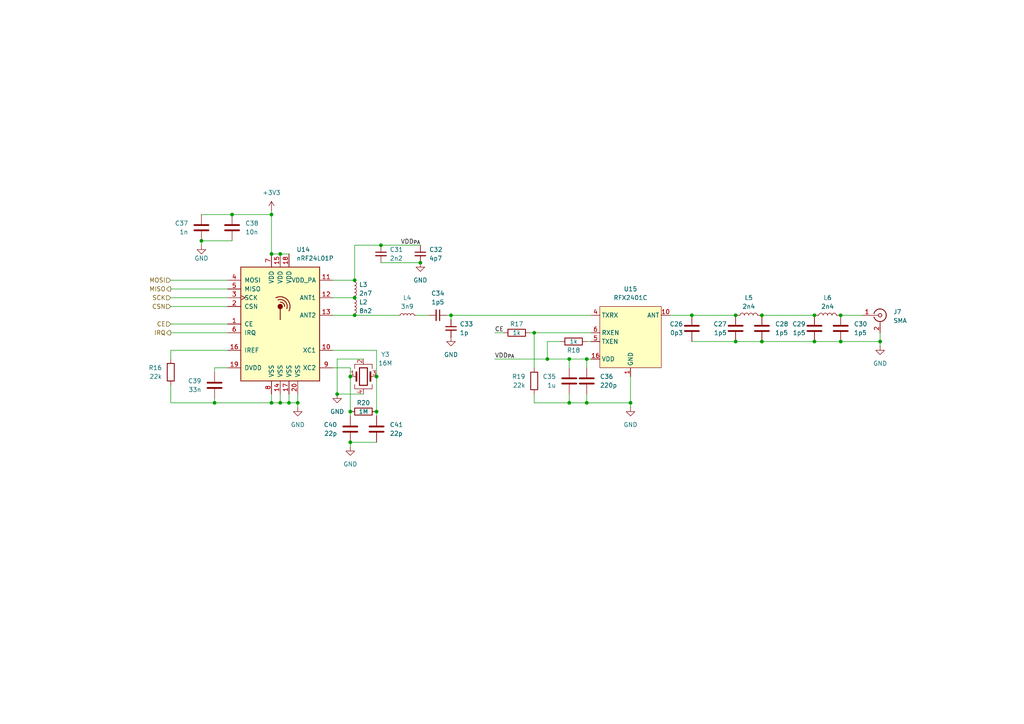
<source format=kicad_sch>
(kicad_sch (version 20250114) (generator "eeschema") (generator_version "9.0")
  (paper "A4")
  (title_block (title "nRF24L01 + LNA + PA Module") (date "2025-08-23") (rev "3.0") (company "Savo Bajic") (comment 1 "Not integrated yet due to timing"))
  (lib_symbols
    (symbol "Connector:Conn_Coaxial" (pin_names (offset 1.016) (hide yes))
      (property "Reference" "J" (at 0.254 3.048 0))
      (property "Value" "Conn_Coaxial" (at 2.921 0 90))
      (symbol "Conn_Coaxial_0_1"
        (polyline (pts (xy -2.54 0) (xy -0.508 0)))
        (arc (start 1.778 0) (mid 0.222 -1.8079) (end -1.778 -0.508) (stroke (width 0.254)))
        (arc (start -1.778 0.508) (mid 0.2221 1.8084) (end 1.778 0) (stroke (width 0.254)))
        (circle (center 0 0) (radius 0.508) (stroke (width 0.2032)))
        (polyline (pts (xy 0 -2.54) (xy 0 -1.778)))
      )
      (symbol "Conn_Coaxial_1_1"
        (pin passive line (at -5.08 0 0) (length 2.54) (name "In") (number "1"))
        (pin passive line (at 0 -5.08 90) (length 2.54) (name "Ext") (number "2"))
      )
    )
    (symbol "Device:C" (pin_numbers (hide yes)) (pin_names (offset 0.254))
      (property "Reference" "C" (at 0.635 2.54 0))
      (property "Value" "C" (at 0.635 -2.54 0))
      (symbol "C_0_1"
        (polyline (pts (xy -2.032 0.762) (xy 2.032 0.762)) (stroke (width 0.508)))
        (polyline (pts (xy -2.032 -0.762) (xy 2.032 -0.762)) (stroke (width 0.508)))
      )
      (symbol "C_1_1"
        (pin passive line (at 0 3.81 270) (length 2.794) (name "~") (number "1"))
        (pin passive line (at 0 -3.81 90) (length 2.794) (name "~") (number "2"))
      )
    )
    (symbol "Device:C_Small" (pin_numbers (hide yes)) (pin_names (offset 0.254) (hide yes))
      (property "Reference" "C" (at 0.254 1.778 0))
      (property "Value" "C_Small" (at 0.254 -2.032 0))
      (symbol "C_Small_0_1"
        (polyline (pts (xy -1.524 0.508) (xy 1.524 0.508)) (stroke (width 0.3048)))
        (polyline (pts (xy -1.524 -0.508) (xy 1.524 -0.508)) (stroke (width 0.3302)))
      )
      (symbol "C_Small_1_1"
        (pin passive line (at 0 2.54 270) (length 2.032) (name "~") (number "1"))
        (pin passive line (at 0 -2.54 90) (length 2.032) (name "~") (number "2"))
      )
    )
    (symbol "Device:Crystal_GND24" (pin_names (offset 1.016) (hide yes))
      (property "Reference" "Y" (at 3.175 5.08 0))
      (property "Value" "Crystal_GND24" (at 3.175 3.175 0))
      (symbol "Crystal_GND24_0_1"
        (polyline (pts (xy -2.54 2.286) (xy -2.54 3.556) (xy 2.54 3.556) (xy 2.54 2.286)))
        (polyline (pts (xy -2.54 0) (xy -2.032 0)))
        (polyline (pts (xy -2.54 -2.286) (xy -2.54 -3.556) (xy 2.54 -3.556) (xy 2.54 -2.286)))
        (polyline (pts (xy -2.032 -1.27) (xy -2.032 1.27)) (stroke (width 0.508)))
        (rectangle (start -1.143 2.54) (end 1.143 -2.54) (stroke (width 0.3048)))
        (polyline (pts (xy 0 3.556) (xy 0 3.81)))
        (polyline (pts (xy 0 -3.81) (xy 0 -3.556)))
        (polyline (pts (xy 2.032 0) (xy 2.54 0)))
        (polyline (pts (xy 2.032 -1.27) (xy 2.032 1.27)) (stroke (width 0.508)))
      )
      (symbol "Crystal_GND24_1_1"
        (pin passive line (at -3.81 0 0) (length 1.27) (name "1") (number "1"))
        (pin passive line (at 0 5.08 270) (length 1.27) (name "2") (number "2"))
        (pin passive line (at 0 -5.08 90) (length 1.27) (name "4") (number "4"))
        (pin passive line (at 3.81 0 180) (length 1.27) (name "3") (number "3"))
      )
    )
    (symbol "Device:L" (pin_numbers (hide yes)) (pin_names (offset 1.016) (hide yes))
      (property "Reference" "L" (at -1.27 0 90))
      (property "Value" "L" (at 1.905 0 90))
      (symbol "L_0_1"
        (arc (start 0 2.54) (mid 0.6323 1.905) (end 0 1.27))
        (arc (start 0 1.27) (mid 0.6323 0.635) (end 0 0))
        (arc (start 0 0) (mid 0.6323 -0.635) (end 0 -1.27))
        (arc (start 0 -1.27) (mid 0.6323 -1.905) (end 0 -2.54))
      )
      (symbol "L_1_1"
        (pin passive line (at 0 3.81 270) (length 1.27) (name "1") (number "1"))
        (pin passive line (at 0 -3.81 90) (length 1.27) (name "2") (number "2"))
      )
    )
    (symbol "Device:L_Small" (pin_numbers (hide yes)) (pin_names (offset 0.254) (hide yes))
      (property "Reference" "L" (at 0.762 1.016 0))
      (property "Value" "L_Small" (at 0.762 -1.016 0))
      (symbol "L_Small_0_1"
        (arc (start 0 2.032) (mid 0.5058 1.524) (end 0 1.016))
        (arc (start 0 1.016) (mid 0.5058 0.508) (end 0 0))
        (arc (start 0 0) (mid 0.5058 -0.508) (end 0 -1.016))
        (arc (start 0 -1.016) (mid 0.5058 -1.524) (end 0 -2.032))
      )
      (symbol "L_Small_1_1"
        (pin passive line (at 0 2.54 270) (length 0.508) (name "~") (number "1"))
        (pin passive line (at 0 -2.54 90) (length 0.508) (name "~") (number "2"))
      )
    )
    (symbol "Device:R" (pin_numbers (hide yes)) (pin_names (offset 0))
      (property "Reference" "R" (at 2.032 0 90))
      (property "Value" "R" (at 0 0 90))
      (symbol "R_0_1"
        (rectangle (start -1.016 -2.54) (end 1.016 2.54) (stroke (width 0.254)))
      )
      (symbol "R_1_1"
        (pin passive line (at 0 3.81 270) (length 1.27) (name "~") (number "1"))
        (pin passive line (at 0 -3.81 90) (length 1.27) (name "~") (number "2"))
      )
    )
    (symbol "RF:nRF24L01P" (pin_names (offset 1.016))
      (property "Reference" "U" (at -11.43 17.78 0))
      (property "Value" "nRF24L01P" (at 5.08 17.78 0))
      (symbol "nRF24L01P_0_1"
        (rectangle (start -11.43 16.51) (end 11.43 -16.51) (stroke (width 0.254)) (fill (type background)))
        (arc (start -1.27 7.62) (mid 2.008 7.088) (end 2.54 3.81) (stroke (width 0.254)))
        (circle (center 0 5.08) (radius 0.635) (stroke (width 0.254)) (fill (type outline)))
        (polyline (pts (xy 0 4.445) (xy 0 1.27)) (stroke (width 0.254)))
        (arc (start -0.635 6.985) (mid 1.4383 6.5183) (end 1.905 4.445) (stroke (width 0.254)))
        (arc (start 0 6.35) (mid 0.9108 5.9908) (end 1.27 5.08) (stroke (width 0.254)))
        (rectangle (start 11.43 -13.97) (end 11.43 -13.97))
      )
      (symbol "nRF24L01P_1_1"
        (pin input line (at -15.24 12.7 0) (length 3.81) (name "MOSI") (number "4"))
        (pin output line (at -15.24 10.16 0) (length 3.81) (name "MISO") (number "5"))
        (pin input clock (at -15.24 7.62 0) (length 3.81) (name "SCK") (number "3"))
        (pin input line (at -15.24 5.08 0) (length 3.81) (name "CSN") (number "2"))
        (pin input line (at -15.24 0 0) (length 3.81) (name "CE") (number "1"))
        (pin output line (at -15.24 -2.54 0) (length 3.81) (name "IRQ") (number "6"))
        (pin passive line (at -15.24 -7.62 0) (length 3.81) (name "IREF") (number "16"))
        (pin power_out line (at -15.24 -12.7 0) (length 3.81) (name "DVDD") (number "19"))
        (pin power_in line (at -2.54 20.32 270) (length 3.81) (name "VDD") (number "7"))
        (pin power_in line (at -2.54 -20.32 90) (length 3.81) (name "VSS") (number "8"))
        (pin power_in line (at 0 20.32 270) (length 3.81) (name "VDD") (number "15"))
        (pin power_in line (at 0 -20.32 90) (length 3.81) (name "VSS") (number "14"))
        (pin power_in line (at 2.54 20.32 270) (length 3.81) (name "VDD") (number "18"))
        (pin power_in line (at 2.54 -20.32 90) (length 3.81) (name "VSS") (number "17"))
        (pin power_in line (at 5.08 -20.32 90) (length 3.81) (name "VSS") (number "20"))
        (pin power_out line (at 15.24 12.7 180) (length 3.81) (name "VDD_PA") (number "11"))
        (pin passive line (at 15.24 7.62 180) (length 3.81) (name "ANT1") (number "12"))
        (pin passive line (at 15.24 2.54 180) (length 3.81) (name "ANT2") (number "13"))
        (pin passive line (at 15.24 -7.62 180) (length 3.81) (name "XC1") (number "10"))
        (pin passive line (at 15.24 -12.7 180) (length 3.81) (name "XC2") (number "9"))
      )
    )
    (symbol "mb_sensors:RFX2401C"
      (property "Reference" "U" (at 0 12.7 0))
      (property "Value" "RFX2401C" (at 0 10.16 0))
      (symbol "RFX2401C_0_0"
        (pin passive line (at -11.43 6.35 0) (length 2.54) (name "TXRX") (number "4"))
        (pin input line (at -11.43 1.27 0) (length 2.54) (name "RXEN") (number "6"))
        (pin input line (at -11.43 -1.27 0) (length 2.54) (name "TXEN") (number "5"))
        (pin power_in line (at -11.43 -6.35 0) (length 2.54) (hide yes) (name "VDD") (number "14"))
        (pin power_in line (at -11.43 -6.35 0) (length 2.54) (name "VDD") (number "16"))
        (pin no_connect line (at 0 0 0) (length 2.54) (hide yes) (name "DNC") (number "13"))
        (pin power_in line (at 0 -11.43 90) (length 2.54) (name "GND") (number "1"))
        (pin power_in line (at 0 -11.43 90) (length 2.54) (hide yes) (name "GND") (number "11"))
        (pin power_in line (at 0 -11.43 90) (length 2.54) (hide yes) (name "GND") (number "12"))
        (pin power_in line (at 0 -11.43 90) (length 2.54) (hide yes) (name "GND") (number "15"))
        (pin power_in line (at 0 -11.43 90) (length 2.54) (hide yes) (name "GND") (number "17"))
        (pin power_in line (at 0 -11.43 90) (length 2.54) (hide yes) (name "GND") (number "2"))
        (pin power_in line (at 0 -11.43 90) (length 2.54) (hide yes) (name "GND") (number "3"))
        (pin power_in line (at 0 -11.43 90) (length 2.54) (hide yes) (name "GND") (number "7"))
        (pin power_in line (at 0 -11.43 90) (length 2.54) (hide yes) (name "GND") (number "8"))
        (pin power_in line (at 0 -11.43 90) (length 2.54) (hide yes) (name "GND") (number "9"))
        (pin input line (at 11.43 6.35 180) (length 2.54) (name "ANT") (number "10"))
      )
      (symbol "RFX2401C_1_1"
        (rectangle (start -8.89 8.89) (end 8.89 -8.89) (fill (type background)))
      )
    )
    (symbol "power:+3V3" (power) (pin_numbers (hide yes)) (pin_names (offset 0) (hide yes))
      (property "Value" "+3V3" (at 0 3.556 0))
      (symbol "+3V3_0_1"
        (polyline (pts (xy -0.762 1.27) (xy 0 2.54)))
        (polyline (pts (xy 0 2.54) (xy 0.762 1.27)))
        (polyline (pts (xy 0 0) (xy 0 2.54)))
      )
      (symbol "+3V3_1_1"
        (pin power_in line (at 0 0 90) (length 0) (name "~") (number "1"))
      )
    )
    (symbol "power:GND" (power) (pin_numbers (hide yes)) (pin_names (offset 0) (hide yes))
      (property "Value" "GND" (at 0 -3.81 0))
      (symbol "GND_0_1"
        (polyline (pts (xy 0 0) (xy 0 -1.27) (xy 1.27 -1.27) (xy 0 -2.54) (xy -1.27 -1.27) (xy 0 -1.27)))
      )
      (symbol "GND_1_1"
        (pin power_in line (at 0 0 270) (length 0) (name "~") (number "1"))
      )
    )
  )
  (junction (at 109.22 119.38))
  (junction (at 130.81 91.44))
  (junction (at 236.22 91.44))
  (junction (at 97.79 114.3))
  (junction (at 78.74 62.23))
  (junction (at 78.74 116.84))
  (junction (at 236.22 99.06))
  (junction (at 78.74 73.66))
  (junction (at 81.28 73.66))
  (junction (at 243.84 91.44))
  (junction (at 110.49 71.12))
  (junction (at 81.28 116.84))
  (junction (at 101.6 119.38))
  (junction (at 158.75 104.14))
  (junction (at 165.1 104.14))
  (junction (at 200.66 91.44))
  (junction (at 101.6 128.27))
  (junction (at 213.36 99.06))
  (junction (at 102.87 86.36))
  (junction (at 154.94 96.52))
  (junction (at 220.98 91.44))
  (junction (at 102.87 81.28))
  (junction (at 102.87 91.44))
  (junction (at 170.18 116.84))
  (junction (at 62.23 116.84))
  (junction (at 170.18 104.14))
  (junction (at 83.82 116.84))
  (junction (at 243.84 99.06))
  (junction (at 213.36 91.44))
  (junction (at 101.6 109.22))
  (junction (at 182.88 116.84))
  (junction (at 121.92 76.2))
  (junction (at 67.31 62.23))
  (junction (at 220.98 99.06))
  (junction (at 255.27 99.06))
  (junction (at 109.22 109.22))
  (junction (at 86.36 116.84))
  (junction (at 58.42 69.85))
  (junction (at 165.1 116.84))
  (wire (pts (xy 102.87 81.28) (xy 96.52 81.28)))
  (wire (pts (xy 154.94 116.84) (xy 165.1 116.84)))
  (wire (pts (xy 213.36 99.06) (xy 220.98 99.06)))
  (wire (pts (xy 154.94 96.52) (xy 171.45 96.52)))
  (wire (pts (xy 170.18 106.68) (xy 170.18 104.14)))
  (wire (pts (xy 182.88 109.22) (xy 182.88 116.84)))
  (wire (pts (xy 165.1 104.14) (xy 170.18 104.14)))
  (wire (pts (xy 97.79 104.14) (xy 105.41 104.14)))
  (wire (pts (xy 49.53 88.9) (xy 66.04 88.9)))
  (wire (pts (xy 101.6 128.27) (xy 101.6 129.54)))
  (wire (pts (xy 158.75 99.06) (xy 158.75 104.14)))
  (wire (pts (xy 243.84 99.06) (xy 255.27 99.06)))
  (wire (pts (xy 182.88 116.84) (xy 170.18 116.84)))
  (wire (pts (xy 158.75 104.14) (xy 165.1 104.14)))
  (wire (pts (xy 236.22 99.06) (xy 243.84 99.06)))
  (wire (pts (xy 165.1 116.84) (xy 165.1 114.3)))
  (wire (pts (xy 81.28 114.3) (xy 81.28 116.84)))
  (wire (pts (xy 49.53 104.14) (xy 49.53 101.6)))
  (wire (pts (xy 129.54 91.44) (xy 130.81 91.44)))
  (wire (pts (xy 101.6 128.27) (xy 109.22 128.27)))
  (wire (pts (xy 165.1 116.84) (xy 170.18 116.84)))
  (wire (pts (xy 165.1 106.68) (xy 165.1 104.14)))
  (wire (pts (xy 109.22 101.6) (xy 109.22 109.22)))
  (wire (pts (xy 49.53 111.76) (xy 49.53 116.84)))
  (wire (pts (xy 110.49 76.2) (xy 121.92 76.2)))
  (wire (pts (xy 78.74 114.3) (xy 78.74 116.84)))
  (wire (pts (xy 130.81 91.44) (xy 130.81 92.71)))
  (wire (pts (xy 86.36 116.84) (xy 86.36 114.3)))
  (wire (pts (xy 81.28 73.66) (xy 83.82 73.66)))
  (wire (pts (xy 62.23 106.68) (xy 66.04 106.68)))
  (wire (pts (xy 49.53 93.98) (xy 66.04 93.98)))
  (wire (pts (xy 78.74 62.23) (xy 78.74 73.66)))
  (wire (pts (xy 49.53 86.36) (xy 66.04 86.36)))
  (wire (pts (xy 170.18 114.3) (xy 170.18 116.84)))
  (wire (pts (xy 102.87 71.12) (xy 102.87 81.28)))
  (wire (pts (xy 220.98 99.06) (xy 236.22 99.06)))
  (wire (pts (xy 120.65 91.44) (xy 124.46 91.44)))
  (wire (pts (xy 101.6 109.22) (xy 101.6 119.38)))
  (wire (pts (xy 58.42 69.85) (xy 67.31 69.85)))
  (wire (pts (xy 109.22 120.65) (xy 109.22 119.38)))
  (wire (pts (xy 49.53 83.82) (xy 66.04 83.82)))
  (wire (pts (xy 62.23 116.84) (xy 78.74 116.84)))
  (wire (pts (xy 49.53 96.52) (xy 66.04 96.52)))
  (wire (pts (xy 49.53 101.6) (xy 66.04 101.6)))
  (wire (pts (xy 143.51 104.14) (xy 158.75 104.14)))
  (wire (pts (xy 170.18 104.14) (xy 171.45 104.14)))
  (wire (pts (xy 109.22 109.22) (xy 109.22 119.38)))
  (wire (pts (xy 67.31 62.23) (xy 78.74 62.23)))
  (wire (pts (xy 58.42 71.12) (xy 58.42 69.85)))
  (wire (pts (xy 86.36 118.11) (xy 86.36 116.84)))
  (wire (pts (xy 81.28 116.84) (xy 83.82 116.84)))
  (wire (pts (xy 220.98 91.44) (xy 236.22 91.44)))
  (wire (pts (xy 143.51 96.52) (xy 146.05 96.52)))
  (wire (pts (xy 154.94 114.3) (xy 154.94 116.84)))
  (wire (pts (xy 194.31 91.44) (xy 200.66 91.44)))
  (wire (pts (xy 200.66 99.06) (xy 213.36 99.06)))
  (wire (pts (xy 101.6 106.68) (xy 101.6 109.22)))
  (wire (pts (xy 78.74 73.66) (xy 81.28 73.66)))
  (wire (pts (xy 96.52 86.36) (xy 102.87 86.36)))
  (wire (pts (xy 62.23 115.57) (xy 62.23 116.84)))
  (wire (pts (xy 96.52 106.68) (xy 101.6 106.68)))
  (wire (pts (xy 78.74 116.84) (xy 81.28 116.84)))
  (wire (pts (xy 162.56 99.06) (xy 158.75 99.06)))
  (wire (pts (xy 255.27 100.33) (xy 255.27 99.06)))
  (wire (pts (xy 170.18 99.06) (xy 171.45 99.06)))
  (wire (pts (xy 121.92 71.12) (xy 110.49 71.12)))
  (wire (pts (xy 49.53 116.84) (xy 62.23 116.84)))
  (wire (pts (xy 130.81 91.44) (xy 171.45 91.44)))
  (wire (pts (xy 110.49 71.12) (xy 102.87 71.12)))
  (wire (pts (xy 58.42 62.23) (xy 67.31 62.23)))
  (wire (pts (xy 96.52 101.6) (xy 109.22 101.6)))
  (wire (pts (xy 96.52 91.44) (xy 102.87 91.44)))
  (wire (pts (xy 49.53 81.28) (xy 66.04 81.28)))
  (wire (pts (xy 62.23 107.95) (xy 62.23 106.68)))
  (wire (pts (xy 243.84 91.44) (xy 250.19 91.44)))
  (wire (pts (xy 78.74 62.23) (xy 78.74 60.96)))
  (wire (pts (xy 153.67 96.52) (xy 154.94 96.52)))
  (wire (pts (xy 255.27 99.06) (xy 255.27 96.52)))
  (wire (pts (xy 97.79 114.3) (xy 105.41 114.3)))
  (wire (pts (xy 200.66 91.44) (xy 213.36 91.44)))
  (wire (pts (xy 83.82 114.3) (xy 83.82 116.84)))
  (wire (pts (xy 83.82 116.84) (xy 86.36 116.84)))
  (wire (pts (xy 154.94 96.52) (xy 154.94 106.68)))
  (wire (pts (xy 102.87 91.44) (xy 115.57 91.44)))
  (wire (pts (xy 97.79 114.3) (xy 97.79 104.14)))
  (wire (pts (xy 101.6 119.38) (xy 101.6 120.65)))
  (wire (pts (xy 182.88 118.11) (xy 182.88 116.84)))
  (label "VDD_{PA}" (at 143.51 104.14 0))
  (label "CE" (at 143.51 96.52 0))
  (label "VDD_{PA}" (at 121.92 71.12 180))
  (hierarchical_label "IRQ" (shape output) (at 49.53 96.52 180))
  (hierarchical_label "MISO" (shape output) (at 49.53 83.82 180))
  (hierarchical_label "CSN" (shape input) (at 49.53 88.9 180))
  (hierarchical_label "MOSI" (shape input) (at 49.53 81.28 180))
  (hierarchical_label "SCK" (shape input) (at 49.53 86.36 180))
  (hierarchical_label "CE" (shape input) (at 49.53 93.98 180))
  (symbol (lib_id "mb_sensors:RFX2401C") (at 182.88 97.79 0) (unit 1)
    (property "Reference" "U15" (at 182.88 83.82 0))
    (property "Value" "RFX2401C" (at 182.88 86.36 0))
    (property "Footprint" "Package_DFN_QFN:QFN-24-1EP_3x3mm_P0.4mm_EP1.75x1.6mm" (effects (hide yes)))
    (property "Datasheet" "https://d1ehax0mqsd4rz.cloudfront.net/-/media/SkyWorks/Documents/Products/2301-2400/RFX2401C_204359C.pdf?rev=36850b5a84c7469cb9d5f725b14c5609" (effects (hide yes)))
    (property "Description" "2.4 GHz Zigbee® / ISM Front-End Module" (effects (hide yes)))
  )
  (symbol (lib_id "Connector:Conn_Coaxial") (at 255.27 91.44 0) (unit 1)
    (property "Reference" "J7" (at 259.08 90.4631 0) (effects (justify left)))
    (property "Value" "SMA" (at 259.08 93.0031 0) (effects (justify left)))
    (property "Description" "coaxial connector (BNC, SMA, SMB, SMC, Cinch/RCA, LEMO, ...)" (effects (hide yes)))
  )
  (symbol (lib_id "Device:C") (at 101.6 124.46 0) (mirror y) (unit 1)
    (property "Reference" "C40" (at 97.79 123.1899 0) (effects (justify left)))
    (property "Value" "22p" (at 97.79 125.7299 0) (effects (justify left)))
    (property "Footprint" "Capacitor_SMD:C_0402_1005Metric" (effects (hide yes)))
    (property "Description" "Unpolarized capacitor" (effects (hide yes)))
  )
  (symbol (lib_id "RF:nRF24L01P") (at 81.28 93.98 0) (unit 1)
    (property "Reference" "U14" (at 85.9633 72.39 0) (effects (justify left)))
    (property "Value" "nRF24L01P" (at 85.9633 74.93 0) (effects (justify left)))
    (property "Footprint" "Package_DFN_QFN:QFN-20-1EP_4x4mm_P0.5mm_EP2.5x2.5mm" (effects (hide yes)))
    (property "Datasheet" "http://www.nordicsemi.com/eng/content/download/2726/34069/file/nRF24L01P_Product_Specification_1_0.pdf" (effects (hide yes)))
    (property "Description" "nRF24L01+, Ultra low power 2.4GHz RF Transceiver, QFN20 4x4mm" (effects (hide yes)))
  )
  (symbol (lib_id "Device:C_Small") (at 127 91.44 270) (unit 1)
    (property "Reference" "C34" (at 126.9936 85.09 90))
    (property "Value" "1p5" (at 126.9936 87.63 90))
    (property "Footprint" "Capacitor_SMD:C_0402_1005Metric" (effects (hide yes)))
    (property "Description" "Unpolarized capacitor, small symbol" (effects (hide yes)))
  )
  (symbol (lib_id "Device:C") (at 213.36 95.25 0) (mirror y) (unit 1)
    (property "Reference" "C27" (at 210.82 93.9862 0) (effects (justify left)))
    (property "Value" "1p5" (at 210.82 96.5262 0) (effects (justify left)))
    (property "Footprint" "Capacitor_SMD:C_0402_1005Metric" (effects (hide yes)))
    (property "Description" "Unpolarized capacitor" (effects (hide yes)))
  )
  (symbol (lib_id "power:GND") (at 255.27 100.33 0) (unit 1)
    (property "Reference" "#PWR060" (effects (hide yes)))
    (property "Value" "GND" (at 255.27 105.41 0))
    (property "Description" "Power symbol creates a global label with name \"GND\" , ground" (effects (hide yes)))
  )
  (symbol (lib_id "Device:R") (at 49.53 107.95 0) (mirror y) (unit 1)
    (property "Reference" "R16" (at 46.99 106.6799 0) (effects (justify left)))
    (property "Value" "22k" (at 46.99 109.2199 0) (effects (justify left)))
    (property "Footprint" "Resistor_SMD:R_0402_1005Metric" (effects (hide yes)))
    (property "Description" "Resistor" (effects (hide yes)))
  )
  (symbol (lib_id "power:GND") (at 130.81 97.79 0) (unit 1)
    (property "Reference" "#PWR061" (effects (hide yes)))
    (property "Value" "GND" (at 130.81 102.87 0))
    (property "Description" "Power symbol creates a global label with name \"GND\" , ground" (effects (hide yes)))
  )
  (symbol (lib_id "Device:R") (at 154.94 110.49 0) (mirror y) (unit 1)
    (property "Reference" "R19" (at 152.4 109.2199 0) (effects (justify left)))
    (property "Value" "22k" (at 152.4 111.7599 0) (effects (justify left)))
    (property "Footprint" "Resistor_SMD:R_0402_1005Metric" (effects (hide yes)))
    (property "Description" "Resistor" (effects (hide yes)))
  )
  (symbol (lib_id "Device:C") (at 165.1 110.49 0) (mirror y) (unit 1)
    (property "Reference" "C35" (at 161.29 109.2199 0) (effects (justify left)))
    (property "Value" "1u" (at 161.29 111.7599 0) (effects (justify left)))
    (property "Footprint" "Capacitor_SMD:C_0402_1005Metric" (effects (hide yes)))
    (property "Description" "Unpolarized capacitor" (effects (hide yes)))
    (property "LCSC" "C52923" (effects (hide yes)))
  )
  (symbol (lib_id "Device:R") (at 105.41 119.38 90) (unit 1)
    (property "Reference" "R20" (at 105.41 116.84 90))
    (property "Value" "1M" (at 105.41 119.38 90))
    (property "Footprint" "Resistor_SMD:R_0402_1005Metric" (effects (hide yes)))
    (property "Description" "Resistor" (effects (hide yes)))
  )
  (symbol (lib_id "power:GND") (at 182.88 118.11 0) (unit 1)
    (property "Reference" "#PWR059" (effects (hide yes)))
    (property "Value" "GND" (at 182.88 123.19 0))
    (property "Description" "Power symbol creates a global label with name \"GND\" , ground" (effects (hide yes)))
  )
  (symbol (lib_id "power:GND") (at 86.36 118.11 0) (unit 1)
    (property "Reference" "#PWR055" (effects (hide yes)))
    (property "Value" "GND" (at 86.36 123.19 0))
    (property "Description" "Power symbol creates a global label with name \"GND\" , ground" (effects (hide yes)))
  )
  (symbol (lib_id "power:GND") (at 101.6 129.54 0) (unit 1)
    (property "Reference" "#PWR058" (effects (hide yes)))
    (property "Value" "GND" (at 101.6 134.62 0))
    (property "Description" "Power symbol creates a global label with name \"GND\" , ground" (effects (hide yes)))
  )
  (symbol (lib_id "power:GND") (at 97.79 114.3 0) (unit 1)
    (property "Reference" "#PWR063" (effects (hide yes)))
    (property "Value" "GND" (at 97.79 119.38 0))
    (property "Description" "Power symbol creates a global label with name \"GND\" , ground" (effects (hide yes)))
  )
  (symbol (lib_id "Device:C") (at 220.98 95.25 0) (unit 1)
    (property "Reference" "C28" (at 224.79 93.9799 0) (effects (justify left)))
    (property "Value" "1p5" (at 224.79 96.5199 0) (effects (justify left)))
    (property "Footprint" "Capacitor_SMD:C_0402_1005Metric" (effects (hide yes)))
    (property "Description" "Unpolarized capacitor" (effects (hide yes)))
  )
  (symbol (lib_id "Device:C") (at 236.22 95.25 0) (mirror y) (unit 1)
    (property "Reference" "C29" (at 233.68 93.9862 0) (effects (justify left)))
    (property "Value" "1p5" (at 233.68 96.5262 0) (effects (justify left)))
    (property "Footprint" "Capacitor_SMD:C_0402_1005Metric" (effects (hide yes)))
    (property "Description" "Unpolarized capacitor" (effects (hide yes)))
  )
  (symbol (lib_id "Device:C") (at 200.66 95.25 0) (mirror y) (unit 1)
    (property "Reference" "C26" (at 198.12 93.9862 0) (effects (justify left)))
    (property "Value" "0p3" (at 198.12 96.5262 0) (effects (justify left)))
    (property "Footprint" "Capacitor_SMD:C_0402_1005Metric" (effects (hide yes)))
    (property "Description" "Unpolarized capacitor" (effects (hide yes)))
  )
  (symbol (lib_id "Device:C_Small") (at 130.81 95.25 0) (unit 1)
    (property "Reference" "C33" (at 133.35 93.9862 0) (effects (justify left)))
    (property "Value" "1p" (at 133.35 96.5262 0) (effects (justify left)))
    (property "Footprint" "Capacitor_SMD:C_0402_1005Metric" (effects (hide yes)))
    (property "Description" "Unpolarized capacitor, small symbol" (effects (hide yes)))
  )
  (symbol (lib_id "Device:L_Small") (at 102.87 83.82 0) (unit 1)
    (property "Reference" "L3" (at 104.14 82.5499 0) (effects (justify left)))
    (property "Value" "2n7" (at 104.14 85.0899 0) (effects (justify left)))
    (property "Footprint" "Inductor_SMD:L_0402_1005Metric" (effects (hide yes)))
    (property "Description" "Inductor, small symbol" (effects (hide yes)))
  )
  (symbol (lib_id "Device:C") (at 170.18 110.49 0) (unit 1)
    (property "Reference" "C36" (at 173.99 109.2199 0) (effects (justify left)))
    (property "Value" "220p" (at 173.99 111.7599 0) (effects (justify left)))
    (property "Footprint" "Capacitor_SMD:C_0402_1005Metric" (effects (hide yes)))
    (property "Description" "Unpolarized capacitor" (effects (hide yes)))
  )
  (symbol (lib_id "Device:Crystal_GND24") (at 105.41 109.22 0) (unit 1)
    (property "Reference" "Y3" (at 111.76 102.7998 0))
    (property "Value" "16M" (at 111.76 105.3398 0))
    (property "Footprint" "Crystal:Crystal_SMD_3225-4Pin_3.2x2.5mm" (effects (hide yes)))
    (property "Description" "Four pin crystal, GND on pins 2 and 4" (effects (hide yes)))
    (property "LCSC" "C7423072" (effects (hide yes)))
  )
  (symbol (lib_id "Device:C") (at 109.22 124.46 0) (unit 1)
    (property "Reference" "C41" (at 113.03 123.1899 0) (effects (justify left)))
    (property "Value" "22p" (at 113.03 125.7299 0) (effects (justify left)))
    (property "Footprint" "Capacitor_SMD:C_0402_1005Metric" (effects (hide yes)))
    (property "Description" "Unpolarized capacitor" (effects (hide yes)))
  )
  (symbol (lib_id "Device:C_Small") (at 121.92 73.66 0) (unit 1)
    (property "Reference" "C32" (at 124.46 72.3962 0) (effects (justify left)))
    (property "Value" "4p7" (at 124.46 74.9362 0) (effects (justify left)))
    (property "Footprint" "Capacitor_SMD:C_0402_1005Metric" (effects (hide yes)))
    (property "Description" "Unpolarized capacitor, small symbol" (effects (hide yes)))
  )
  (symbol (lib_id "Device:C") (at 58.42 66.04 0) (mirror y) (unit 1)
    (property "Reference" "C37" (at 54.61 64.7699 0) (effects (justify left)))
    (property "Value" "1n" (at 54.61 67.3099 0) (effects (justify left)))
    (property "Footprint" "Capacitor_SMD:C_0402_1005Metric" (effects (hide yes)))
    (property "Description" "Unpolarized capacitor" (effects (hide yes)))
  )
  (symbol (lib_id "Device:L_Small") (at 118.11 91.44 90) (unit 1)
    (property "Reference" "L4" (at 118.11 86.36 90))
    (property "Value" "3n9" (at 118.11 88.9 90))
    (property "Footprint" "Inductor_SMD:L_0402_1005Metric" (effects (hide yes)))
    (property "Description" "Inductor, small symbol" (effects (hide yes)))
  )
  (symbol (lib_id "Device:L") (at 240.03 91.44 90) (unit 1)
    (property "Reference" "L6" (at 240.03 86.36 90))
    (property "Value" "2n4" (at 240.03 88.9 90))
    (property "Footprint" "Inductor_SMD:L_0402_1005Metric" (effects (hide yes)))
    (property "Description" "Inductor" (effects (hide yes)))
  )
  (symbol (lib_id "Device:R") (at 166.37 99.06 90) (unit 1)
    (property "Reference" "R18" (at 166.37 101.6 90))
    (property "Value" "1k" (at 166.37 99.06 90))
    (property "Footprint" "Resistor_SMD:R_0402_1005Metric" (effects (hide yes)))
    (property "Description" "Resistor" (effects (hide yes)))
  )
  (symbol (lib_id "Device:L_Small") (at 102.87 88.9 0) (unit 1)
    (property "Reference" "L2" (at 104.14 87.6299 0) (effects (justify left)))
    (property "Value" "8n2" (at 104.14 90.1699 0) (effects (justify left)))
    (property "Footprint" "Inductor_SMD:L_0402_1005Metric" (effects (hide yes)))
    (property "Description" "Inductor, small symbol" (effects (hide yes)))
  )
  (symbol (lib_id "Device:L") (at 217.17 91.44 90) (unit 1)
    (property "Reference" "L5" (at 217.17 86.36 90))
    (property "Value" "2n4" (at 217.17 88.9 90))
    (property "Footprint" "Inductor_SMD:L_0402_1005Metric" (effects (hide yes)))
    (property "Description" "Inductor" (effects (hide yes)))
  )
  (symbol (lib_id "power:+3V3") (at 78.74 60.96 0) (unit 1)
    (property "Reference" "#PWR056" (effects (hide yes)))
    (property "Value" "+3V3" (at 78.74 55.88 0))
    (property "Description" "Power symbol creates a global label with name \"+3V3\"" (effects (hide yes)))
  )
  (symbol (lib_id "power:GND") (at 121.92 76.2 0) (unit 1)
    (property "Reference" "#PWR062" (effects (hide yes)))
    (property "Value" "GND" (at 121.92 81.28 0))
    (property "Description" "Power symbol creates a global label with name \"GND\" , ground" (effects (hide yes)))
  )
  (symbol (lib_id "power:GND") (at 58.42 71.12 0) (unit 1)
    (property "Reference" "#PWR057" (effects (hide yes)))
    (property "Value" "GND" (at 58.42 74.93 0))
    (property "Description" "Power symbol creates a global label with name \"GND\" , ground" (effects (hide yes)))
  )
  (symbol (lib_id "Device:C") (at 243.84 95.25 0) (unit 1)
    (property "Reference" "C30" (at 247.65 93.9799 0) (effects (justify left)))
    (property "Value" "1p5" (at 247.65 96.5199 0) (effects (justify left)))
    (property "Footprint" "Capacitor_SMD:C_0402_1005Metric" (effects (hide yes)))
    (property "Description" "Unpolarized capacitor" (effects (hide yes)))
  )
  (symbol (lib_id "Device:C") (at 67.31 66.04 0) (unit 1)
    (property "Reference" "C38" (at 71.12 64.7699 0) (effects (justify left)))
    (property "Value" "10n" (at 71.12 67.3099 0) (effects (justify left)))
    (property "Footprint" "Capacitor_SMD:C_0402_1005Metric" (effects (hide yes)))
    (property "Description" "Unpolarized capacitor" (effects (hide yes)))
  )
  (symbol (lib_id "Device:C") (at 62.23 111.76 0) (mirror y) (unit 1)
    (property "Reference" "C39" (at 58.42 110.4899 0) (effects (justify left)))
    (property "Value" "33n" (at 58.42 113.0299 0) (effects (justify left)))
    (property "Footprint" "Capacitor_SMD:C_0402_1005Metric" (effects (hide yes)))
    (property "Description" "Unpolarized capacitor" (effects (hide yes)))
  )
  (symbol (lib_id "Device:C_Small") (at 110.49 73.66 0) (unit 1)
    (property "Reference" "C31" (at 113.03 72.3962 0) (effects (justify left)))
    (property "Value" "2n2" (at 113.03 74.9362 0) (effects (justify left)))
    (property "Footprint" "Capacitor_SMD:C_0402_1005Metric" (effects (hide yes)))
    (property "Description" "Unpolarized capacitor, small symbol" (effects (hide yes)))
  )
  (symbol (lib_id "Device:R") (at 149.86 96.52 90) (unit 1)
    (property "Reference" "R17" (at 149.86 93.98 90))
    (property "Value" "1k" (at 149.86 96.52 90))
    (property "Footprint" "Resistor_SMD:R_0402_1005Metric" (effects (hide yes)))
    (property "Description" "Resistor" (effects (hide yes)))
  )
)
</source>
